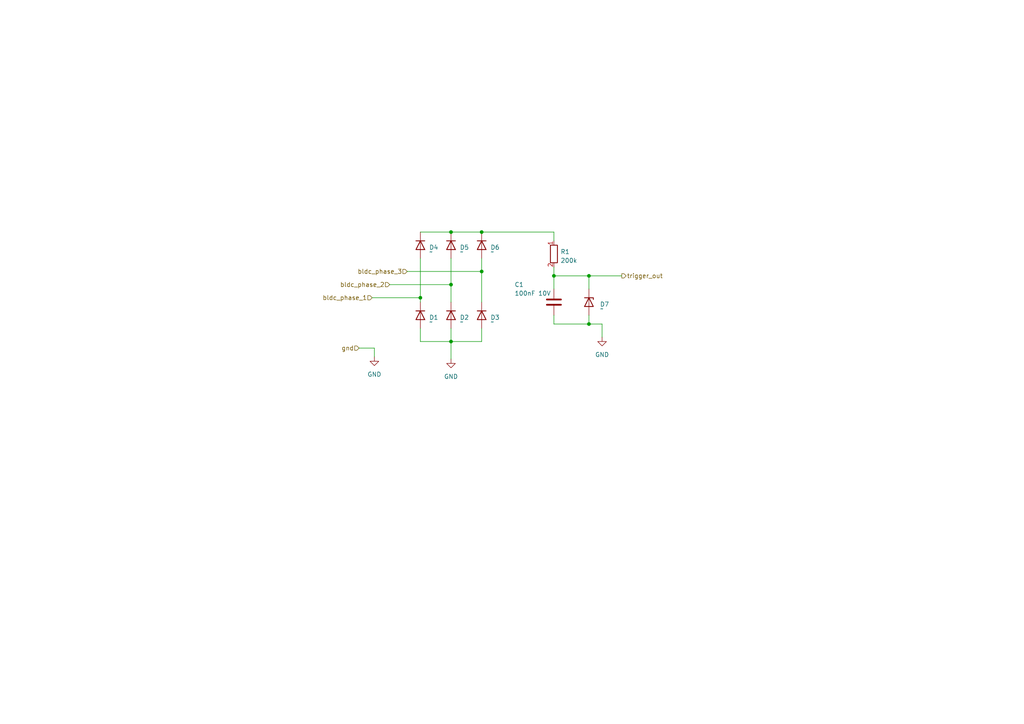
<source format=kicad_sch>
(kicad_sch (version 20230121) (generator eeschema)
  (paper "A4")
  (lib_symbols
    (symbol "Device:C" (pin_numbers hide) (pin_names (offset 0.254))
      (property "Reference" "C" (at 0.635 2.54 0))
      (property "Value" "C" (at 0.635 -2.54 0))
      (symbol "C_0_1"
        (polyline (pts (xy -2.032 -0.762) (xy 2.032 -0.762)) (stroke (width 0.508)))
        (polyline (pts (xy -2.032 0.762) (xy 2.032 0.762)) (stroke (width 0.508)))
      )
      (symbol "C_1_1"
        (pin passive line (at 0 3.81 270) (length 2.794) (name "~") (number "1"))
        (pin passive line (at 0 -3.81 90) (length 2.794) (name "~") (number "2"))
      )
    )
    (symbol "Device:D" (pin_numbers hide) (pin_names (offset 1.016) hide)
      (property "Reference" "D" (at 0 2.54 0))
      (property "Value" "D" (at 0 -2.54 0))
      (symbol "D_0_1"
        (polyline (pts (xy -1.27 1.27) (xy -1.27 -1.27)) (stroke (width 0.254)))
        (polyline (pts (xy 1.27 0) (xy -1.27 0)))
        (polyline (pts (xy 1.27 1.27) (xy 1.27 -1.27) (xy -1.27 0) (xy 1.27 1.27)) (stroke (width 0.254)))
      )
      (symbol "D_1_1"
        (pin passive line (at -3.81 0 0) (length 2.54) (name "K") (number "1"))
        (pin passive line (at 3.81 0 180) (length 2.54) (name "A") (number "2"))
      )
    )
    (symbol "Device:D_Zener" (pin_numbers hide) (pin_names (offset 1.016) hide)
      (property "Reference" "D" (at 0 2.54 0))
      (property "Value" "D_Zener" (at 0 -2.54 0))
      (symbol "D_Zener_0_1"
        (polyline (pts (xy 1.27 0) (xy -1.27 0)))
        (polyline (pts (xy -1.27 -1.27) (xy -1.27 1.27) (xy -0.762 1.27)) (stroke (width 0.254)))
        (polyline (pts (xy 1.27 -1.27) (xy 1.27 1.27) (xy -1.27 0) (xy 1.27 -1.27)) (stroke (width 0.254)))
      )
      (symbol "D_Zener_1_1"
        (pin passive line (at -3.81 0 0) (length 2.54) (name "K") (number "1"))
        (pin passive line (at 3.81 0 180) (length 2.54) (name "A") (number "2"))
      )
    )
    (symbol "Device:R" (pin_names (offset 0))
      (property "Reference" "R" (at 2.032 0 90))
      (property "Value" "R" (at 0 0 90))
      (symbol "R_0_1"
        (rectangle (start -1.016 -2.54) (end 1.016 2.54) (stroke (width 0.254)))
      )
      (symbol "R_1_1"
        (pin passive line (at 0 3.81 270) (length 1.27) (name "~") (number "1"))
        (pin passive line (at 0 -3.81 90) (length 1.27) (name "~") (number "2"))
      )
    )
    (symbol "power:GND" (power) (pin_names (offset 0))
      (property "Value" "GND" (at 0 -3.81 0))
      (symbol "GND_0_1"
        (polyline (pts (xy 0 0) (xy 0 -1.27) (xy 1.27 -1.27) (xy 0 -2.54) (xy -1.27 -1.27) (xy 0 -1.27)))
      )
      (symbol "GND_1_1"
        (pin power_in line (at 0 0 270) (length 0) hide (name "GND") (number "1"))
      )
    )
  )
  (junction (at 130.81 82.55))
  (junction (at 139.7 78.74))
  (junction (at 139.7 67.31))
  (junction (at 160.655 80.01))
  (junction (at 130.81 67.31))
  (junction (at 121.92 86.36))
  (junction (at 130.81 99.06))
  (junction (at 170.815 80.01))
  (junction (at 170.815 93.98))
  (wire (pts (xy 108.585 100.965) (xy 108.585 103.505)))
  (wire (pts (xy 139.7 78.74) (xy 139.7 87.63)))
  (wire (pts (xy 121.92 67.31) (xy 130.81 67.31)))
  (wire (pts (xy 160.655 77.47) (xy 160.655 80.01)))
  (wire (pts (xy 121.92 99.06) (xy 130.81 99.06)))
  (wire (pts (xy 118.11 78.74) (xy 139.7 78.74)))
  (wire (pts (xy 170.815 80.01) (xy 170.815 83.82)))
  (wire (pts (xy 160.655 93.98) (xy 160.655 91.44)))
  (wire (pts (xy 160.655 67.31) (xy 160.655 69.85)))
  (wire (pts (xy 170.815 80.01) (xy 180.34 80.01)))
  (wire (pts (xy 160.655 80.01) (xy 170.815 80.01)))
  (wire (pts (xy 130.81 95.25) (xy 130.81 99.06)))
  (wire (pts (xy 170.815 93.98) (xy 170.815 91.44)))
  (wire (pts (xy 130.81 99.06) (xy 130.81 104.14)))
  (wire (pts (xy 113.03 82.55) (xy 130.81 82.55)))
  (wire (pts (xy 170.815 93.98) (xy 174.625 93.98)))
  (wire (pts (xy 121.92 74.93) (xy 121.92 86.36)))
  (wire (pts (xy 160.655 80.01) (xy 160.655 83.82)))
  (wire (pts (xy 139.7 95.25) (xy 139.7 99.06)))
  (wire (pts (xy 130.81 67.31) (xy 139.7 67.31)))
  (wire (pts (xy 107.95 86.36) (xy 121.92 86.36)))
  (wire (pts (xy 130.81 82.55) (xy 130.81 87.63)))
  (wire (pts (xy 160.655 93.98) (xy 170.815 93.98)))
  (wire (pts (xy 139.7 74.93) (xy 139.7 78.74)))
  (wire (pts (xy 104.14 100.965) (xy 108.585 100.965)))
  (wire (pts (xy 139.7 67.31) (xy 160.655 67.31)))
  (wire (pts (xy 130.81 74.93) (xy 130.81 82.55)))
  (wire (pts (xy 121.92 86.36) (xy 121.92 87.63)))
  (wire (pts (xy 174.625 93.98) (xy 174.625 97.79)))
  (wire (pts (xy 130.81 99.06) (xy 139.7 99.06)))
  (wire (pts (xy 121.92 95.25) (xy 121.92 99.06)))
  (hierarchical_label "bldc_phase_3" (shape input) (at 118.11 78.74 180))
  (hierarchical_label "bldc_phase_1" (shape input) (at 107.95 86.36 180))
  (hierarchical_label "gnd" (shape input) (at 104.14 100.965 180))
  (hierarchical_label "trigger_out" (shape output) (at 180.34 80.01 0))
  (hierarchical_label "bldc_phase_2" (shape input) (at 113.03 82.55 180))
  (symbol (lib_id "Device:D") (at 130.81 71.12 270) (unit 1)
    (property "Reference" "D5" (at 133.35 71.755 90) (effects (justify left)))
    (property "Value" "~" (at 133.35 73.025 90) (effects (justify left)))
    (property "Sim.Device" "D" (effects hide))
    (property "Sim.Pins" "1=K 2=A" (effects hide))
  )
  (symbol (lib_id "Device:D") (at 121.92 71.12 270) (unit 1)
    (property "Reference" "D4" (at 124.46 71.755 90) (effects (justify left)))
    (property "Value" "~" (at 124.46 73.025 90) (effects (justify left)))
    (property "Sim.Device" "D" (effects hide))
    (property "Sim.Pins" "1=K 2=A" (effects hide))
  )
  (symbol (lib_id "Device:D") (at 139.7 91.44 270) (unit 1)
    (property "Reference" "D3" (at 142.24 92.075 90) (effects (justify left)))
    (property "Value" "~" (at 142.24 93.345 90) (effects (justify left)))
    (property "Sim.Device" "D" (effects hide))
    (property "Sim.Pins" "1=K 2=A" (effects hide))
  )
  (symbol (lib_id "Device:D") (at 130.81 91.44 270) (unit 1)
    (property "Reference" "D2" (at 133.35 92.075 90) (effects (justify left)))
    (property "Value" "~" (at 133.35 93.345 90) (effects (justify left)))
    (property "Sim.Device" "D" (effects hide))
    (property "Sim.Pins" "1=K 2=A" (effects hide))
  )
  (symbol (lib_id "Device:D") (at 139.7 71.12 270) (unit 1)
    (property "Reference" "D6" (at 142.24 71.755 90) (effects (justify left)))
    (property "Value" "~" (at 142.24 73.025 90) (effects (justify left)))
    (property "Sim.Device" "D" (effects hide))
    (property "Sim.Pins" "1=K 2=A" (effects hide))
  )
  (symbol (lib_id "power:GND") (at 130.81 104.14 0) (unit 1)
    (property "Reference" "#PWR01" (effects hide))
    (property "Value" "GND" (at 130.81 109.22 0))
  )
  (symbol (lib_id "Device:C") (at 160.655 87.63 0) (unit 1)
    (property "Reference" "C1" (at 149.225 82.55 0) (effects (justify left)))
    (property "Value" "100nF 10V" (at 149.225 85.09 0) (effects (justify left)))
  )
  (symbol (lib_id "power:GND") (at 108.585 103.505 0) (unit 1)
    (property "Reference" "#PWR03" (effects hide))
    (property "Value" "GND" (at 108.585 108.585 0))
  )
  (symbol (lib_id "Device:D_Zener") (at 170.815 87.63 270) (unit 1)
    (property "Reference" "D7" (at 173.99 88.265 90) (effects (justify left)))
    (property "Value" "~" (at 173.99 89.535 90) (effects (justify left)))
  )
  (symbol (lib_id "power:GND") (at 174.625 97.79 0) (unit 1)
    (property "Reference" "#PWR02" (effects hide))
    (property "Value" "GND" (at 174.625 102.87 0))
  )
  (symbol (lib_id "Device:D") (at 121.92 91.44 270) (unit 1)
    (property "Reference" "D1" (at 124.46 92.075 90) (effects (justify left)))
    (property "Value" "~" (at 124.46 93.345 90) (effects (justify left)))
    (property "Sim.Device" "D" (effects hide))
    (property "Sim.Pins" "1=K 2=A" (effects hide))
  )
  (symbol (lib_id "Device:R") (at 160.655 73.66 0) (unit 1)
    (property "Reference" "R1" (at 162.56 73.025 0) (effects (justify left)))
    (property "Value" "200k" (at 162.56 75.565 0) (effects (justify left)))
  )
)
</source>
